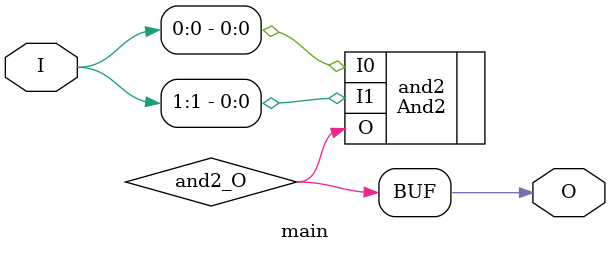
<source format=v>
module main (input [1:0] I, output  O);
wire  and2_O;
// Instanced at tests/test_circuit/test_define.py:21
// Argument I0(I[0]) wired at tests/test_circuit/test_define.py:23
// Argument I1(I[1]) wired at tests/test_circuit/test_define.py:24
// Argument O(and2_O) wired at tests/test_circuit/test_define.py:25
And2 and2 (.I0(I[0]), .I1(I[1]), .O(and2_O));
// Wired at tests/test_circuit/test_define.py:25
assign O = and2_O;
endmodule


</source>
